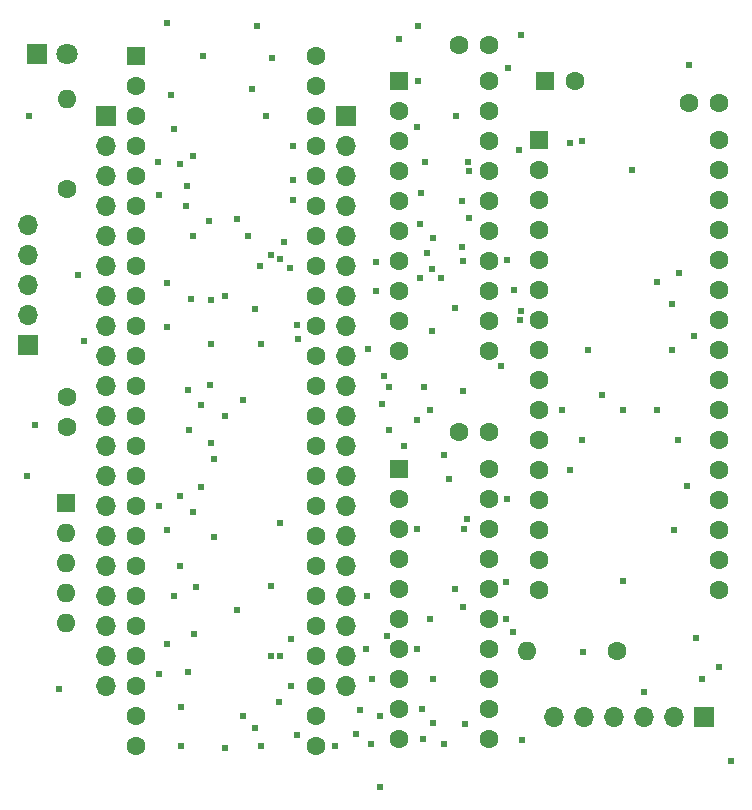
<source format=gts>
%TF.GenerationSoftware,KiCad,Pcbnew,9.0.0*%
%TF.CreationDate,2025-04-02T13:50:02+09:00*%
%TF.ProjectId,MEZ68K8_RAM_R2.1,4d455a36-384b-4385-9f52-414d5f52322e,Rev 2.1*%
%TF.SameCoordinates,PX65317e4PY8319cac*%
%TF.FileFunction,Soldermask,Top*%
%TF.FilePolarity,Negative*%
%FSLAX46Y46*%
G04 Gerber Fmt 4.6, Leading zero omitted, Abs format (unit mm)*
G04 Created by KiCad (PCBNEW 9.0.0) date 2025-04-02 13:50:02*
%MOMM*%
%LPD*%
G01*
G04 APERTURE LIST*
G04 Aperture macros list*
%AMRoundRect*
0 Rectangle with rounded corners*
0 $1 Rounding radius*
0 $2 $3 $4 $5 $6 $7 $8 $9 X,Y pos of 4 corners*
0 Add a 4 corners polygon primitive as box body*
4,1,4,$2,$3,$4,$5,$6,$7,$8,$9,$2,$3,0*
0 Add four circle primitives for the rounded corners*
1,1,$1+$1,$2,$3*
1,1,$1+$1,$4,$5*
1,1,$1+$1,$6,$7*
1,1,$1+$1,$8,$9*
0 Add four rect primitives between the rounded corners*
20,1,$1+$1,$2,$3,$4,$5,0*
20,1,$1+$1,$4,$5,$6,$7,0*
20,1,$1+$1,$6,$7,$8,$9,0*
20,1,$1+$1,$8,$9,$2,$3,0*%
G04 Aperture macros list end*
%ADD10RoundRect,0.250000X-0.550000X-0.550000X0.550000X-0.550000X0.550000X0.550000X-0.550000X0.550000X0*%
%ADD11C,1.600000*%
%ADD12R,1.800000X1.800000*%
%ADD13C,1.800000*%
%ADD14O,1.600000X1.600000*%
%ADD15R,1.600000X1.600000*%
%ADD16R,1.700000X1.700000*%
%ADD17O,1.700000X1.700000*%
%ADD18C,0.605000*%
G04 APERTURE END LIST*
D10*
X34365000Y60630000D03*
D11*
X34365000Y58090000D03*
X34365000Y55550000D03*
X34365000Y53010000D03*
X34365000Y50470000D03*
X34365000Y47930000D03*
X34365000Y45390000D03*
X34365000Y42850000D03*
X34365000Y40310000D03*
X34365000Y37770000D03*
X41985000Y37770000D03*
X41985000Y40310000D03*
X41985000Y42850000D03*
X41985000Y45390000D03*
X41985000Y47930000D03*
X41985000Y50470000D03*
X41985000Y53010000D03*
X41985000Y55550000D03*
X41985000Y58090000D03*
X41985000Y60630000D03*
D10*
X34360000Y27740000D03*
D11*
X34360000Y25200000D03*
X34360000Y22660000D03*
X34360000Y20120000D03*
X34360000Y17580000D03*
X34360000Y15040000D03*
X34360000Y12500000D03*
X34360000Y9960000D03*
X34360000Y7420000D03*
X34360000Y4880000D03*
X41980000Y4880000D03*
X41980000Y7420000D03*
X41980000Y9960000D03*
X41980000Y12500000D03*
X41980000Y15040000D03*
X41980000Y17580000D03*
X41980000Y20120000D03*
X41980000Y22660000D03*
X41980000Y25200000D03*
X41980000Y27740000D03*
D10*
X12095000Y62690000D03*
D11*
X12095000Y60150000D03*
X12095000Y57610000D03*
X12095000Y55070000D03*
X12095000Y52530000D03*
X12095000Y49990000D03*
X12095000Y47450000D03*
X12095000Y44910000D03*
X12095000Y42370000D03*
X12095000Y39830000D03*
X12095000Y37290000D03*
X12095000Y34750000D03*
X12095000Y32210000D03*
X12095000Y29670000D03*
X12095000Y27130000D03*
X12095000Y24590000D03*
X12095000Y22050000D03*
X12095000Y19510000D03*
X12095000Y16970000D03*
X12095000Y14430000D03*
X12095000Y11890000D03*
X12095000Y9350000D03*
X12095000Y6810000D03*
X12095000Y4270000D03*
X27335000Y4270000D03*
X27335000Y6810000D03*
X27335000Y9350000D03*
X27335000Y11890000D03*
X27335000Y14430000D03*
X27335000Y16970000D03*
X27335000Y19510000D03*
X27335000Y22050000D03*
X27335000Y24590000D03*
X27335000Y27130000D03*
X27335000Y29670000D03*
X27335000Y32210000D03*
X27335000Y34750000D03*
X27335000Y37290000D03*
X27335000Y39830000D03*
X27335000Y42370000D03*
X27335000Y44910000D03*
X27335000Y47450000D03*
X27335000Y49990000D03*
X27335000Y52530000D03*
X27335000Y55070000D03*
X27335000Y57610000D03*
X27335000Y60150000D03*
X27335000Y62690000D03*
D12*
X3700000Y62860000D03*
D13*
X6240000Y62860000D03*
D10*
X46225000Y55610000D03*
D11*
X46225000Y53070000D03*
X46225000Y50530000D03*
X46225000Y47990000D03*
X46225000Y45450000D03*
X46225000Y42910000D03*
X46225000Y40370000D03*
X46225000Y37830000D03*
X46225000Y35290000D03*
X46225000Y32750000D03*
X46225000Y30210000D03*
X46225000Y27670000D03*
X46225000Y25130000D03*
X46225000Y22590000D03*
X46225000Y20050000D03*
X46225000Y17510000D03*
X61465000Y17510000D03*
X61465000Y20050000D03*
X61465000Y22590000D03*
X61465000Y25130000D03*
X61465000Y27670000D03*
X61465000Y30210000D03*
X61465000Y32750000D03*
X61465000Y35290000D03*
X61465000Y37830000D03*
X61465000Y40370000D03*
X61465000Y42910000D03*
X61465000Y45450000D03*
X61465000Y47990000D03*
X61465000Y50530000D03*
X61465000Y53070000D03*
X61465000Y55610000D03*
X6240000Y51500000D03*
D14*
X6240000Y59120000D03*
D11*
X61460000Y58740000D03*
X58960000Y58740000D03*
X6245000Y33820000D03*
X6245000Y31320000D03*
D15*
X6200000Y24870000D03*
D14*
X6200000Y22330000D03*
X6200000Y19790000D03*
X6200000Y17250000D03*
X6200000Y14710000D03*
D11*
X41980000Y30850000D03*
X39480000Y30850000D03*
D15*
X46751144Y60630000D03*
D11*
X49251144Y60630000D03*
D16*
X60170000Y6750000D03*
D17*
X57630000Y6750000D03*
X55090000Y6750000D03*
X52550000Y6750000D03*
X50010000Y6750000D03*
X47470000Y6750000D03*
D11*
X41995000Y63690000D03*
X39495000Y63690000D03*
D16*
X2970000Y38295000D03*
D17*
X2970000Y40835000D03*
X2970000Y43375000D03*
X2970000Y45915000D03*
X2970000Y48455000D03*
D11*
X52880000Y12310000D03*
D14*
X45260000Y12310000D03*
D16*
X29870000Y57610000D03*
D17*
X29870000Y55070000D03*
X29870000Y52530000D03*
X29870000Y49990000D03*
X29870000Y47450000D03*
X29870000Y44910000D03*
X29870000Y42370000D03*
X29870000Y39830000D03*
X29870000Y37290000D03*
X29870000Y34750000D03*
X29870000Y32210000D03*
X29870000Y29670000D03*
X29870000Y27130000D03*
X29870000Y24590000D03*
X29870000Y22050000D03*
X29870000Y19510000D03*
X29870000Y16970000D03*
X29870000Y14430000D03*
X29870000Y11890000D03*
X29870000Y9350000D03*
D16*
X9550000Y57610000D03*
D17*
X9550000Y55070000D03*
X9550000Y52530000D03*
X9550000Y49990000D03*
X9550000Y47450000D03*
X9550000Y44910000D03*
X9550000Y42370000D03*
X9550000Y39830000D03*
X9550000Y37290000D03*
X9550000Y34750000D03*
X9550000Y32210000D03*
X9550000Y29670000D03*
X9550000Y27130000D03*
X9550000Y24590000D03*
X9550000Y22050000D03*
X9550000Y19510000D03*
X9550000Y16970000D03*
X9550000Y14430000D03*
X9550000Y11890000D03*
X9550000Y9350000D03*
D18*
X16760000Y42140000D03*
X16530000Y34420000D03*
X18440000Y38370000D03*
X18450000Y42030000D03*
X18400000Y34860000D03*
X18430000Y29960000D03*
X18340000Y48770000D03*
X21630000Y47520000D03*
X51600000Y34060000D03*
X39770000Y34340000D03*
X39770000Y45390000D03*
X40110000Y23490000D03*
X19680000Y4110000D03*
X50000000Y12300000D03*
X35980000Y65270000D03*
X19680000Y42370000D03*
X22340000Y65250000D03*
X38180000Y4450000D03*
X19680000Y32210000D03*
X38590000Y26880000D03*
X35980000Y60630000D03*
X34798000Y29670000D03*
X17220000Y17730000D03*
X17000000Y13790000D03*
X14732000Y65532000D03*
X23670000Y62550000D03*
X58928000Y61976000D03*
X15890000Y4290000D03*
X36390000Y4880000D03*
X15890000Y7630000D03*
X5588000Y9144000D03*
X44840000Y4850000D03*
X53340000Y32766000D03*
X16500000Y10600000D03*
X21950000Y59920000D03*
X3556000Y31496000D03*
X3048000Y57658000D03*
X14010000Y53730000D03*
X44704000Y64516000D03*
X53340000Y18288000D03*
X54102000Y53086000D03*
X62484000Y3048000D03*
X16970000Y24100000D03*
X32750000Y820000D03*
X39980000Y6180000D03*
X32010000Y4500000D03*
X15070000Y59440000D03*
X24200000Y8020000D03*
X34370000Y64150000D03*
X2900000Y27130000D03*
X14770000Y43470000D03*
X14770000Y39810000D03*
X36170000Y48488900D03*
X36170000Y43920000D03*
X59331100Y38990000D03*
X7750000Y38570000D03*
X25390000Y50508900D03*
X36240000Y51100000D03*
X55090000Y8870000D03*
X31068900Y7341100D03*
X35900000Y31930000D03*
X35908900Y22660000D03*
X21166000Y33600000D03*
X57630000Y22590000D03*
X32800000Y6810000D03*
X21160000Y6810000D03*
X31590000Y12510000D03*
X44000000Y13990000D03*
X28940000Y4270000D03*
X22730000Y38310000D03*
X22730000Y4270000D03*
X32131100Y9960000D03*
X61470000Y11010000D03*
X30760545Y5339455D03*
X25800000Y38780000D03*
X25760000Y5249300D03*
X39820000Y16080000D03*
X20634900Y48910000D03*
X39870000Y22670000D03*
X20634900Y15840000D03*
X23580000Y45890000D03*
X23580000Y17850000D03*
X23582597Y11890000D03*
X24670000Y47010000D03*
X35930000Y56700000D03*
X37225100Y6210000D03*
X22198900Y5841100D03*
X60080000Y9950000D03*
X37225100Y9960000D03*
X22200000Y41290000D03*
X35908900Y12500000D03*
X33333200Y13580000D03*
X25190000Y44760000D03*
X25228900Y13320000D03*
X59548900Y13430000D03*
X25228900Y9380000D03*
X15832200Y25460000D03*
X15840000Y53620000D03*
X15832200Y19510000D03*
X7200000Y44200000D03*
X57508900Y41700000D03*
X57508900Y37830000D03*
X37950000Y43940000D03*
X56230000Y43560000D03*
X22610000Y44910000D03*
X56230000Y32750000D03*
X44550000Y54770000D03*
X16940000Y47460000D03*
X16960000Y54290000D03*
X44680000Y41168900D03*
X16398346Y51723500D03*
X37303200Y47350000D03*
X16363300Y50000000D03*
X33110000Y35600000D03*
X25770000Y39940000D03*
X31770000Y37880000D03*
X18700000Y28590000D03*
X18700000Y22040000D03*
X24340000Y45540000D03*
X24340000Y23160000D03*
X24340000Y11890000D03*
X17620000Y33170000D03*
X17628900Y26221100D03*
X32980000Y33294200D03*
X14738700Y12930000D03*
X14740000Y22572100D03*
X58800000Y26290000D03*
X32440000Y42850000D03*
X31700000Y16970000D03*
X14060000Y50990000D03*
X14060000Y24590000D03*
X14060000Y10430000D03*
X48870000Y27670000D03*
X48879266Y55370464D03*
X38200000Y28940000D03*
X49880000Y30200000D03*
X39134900Y17580000D03*
X49860000Y55530000D03*
X48200000Y32750000D03*
X36971100Y15070000D03*
X36971100Y32750000D03*
X33511100Y31020000D03*
X16640000Y31020000D03*
X33511100Y34660000D03*
X36340000Y7420000D03*
X36510000Y34660000D03*
X17830000Y62690000D03*
X43038900Y36440000D03*
X43650000Y61710000D03*
X50411100Y37830000D03*
X44632200Y40370000D03*
X32440000Y45250000D03*
X37200000Y39478300D03*
X37220000Y44660000D03*
X43430000Y15040000D03*
X23150000Y57610000D03*
X36610000Y53768320D03*
X44101100Y42910000D03*
X43430000Y18200000D03*
X25452212Y55070000D03*
X40268863Y53767320D03*
X43570000Y45450000D03*
X43570000Y25200000D03*
X25370000Y52190000D03*
X36770000Y46018900D03*
X39160000Y41420000D03*
X39230000Y57661300D03*
X40280000Y53010000D03*
X40280000Y49020000D03*
X39710000Y50470000D03*
X39710000Y46550000D03*
X15301100Y16970000D03*
X15300000Y56500000D03*
X58040000Y30210000D03*
X58070000Y44390000D03*
M02*

</source>
